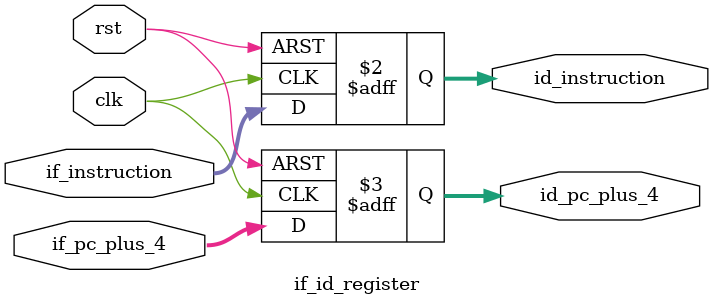
<source format=v>
module if_id_register #(
    parameter XLEN = 32,
    parameter NOP_INSTRUCTION = 32'h00000013
  ) (
    input wire clk,
    input wire rst,

    input wire [XLEN-1:0] if_instruction,
    input wire [XLEN-1:0] if_pc_plus_4,

    output reg [XLEN-1:0] id_instruction,
    output reg [XLEN-1:0] id_pc_plus_4
  );
  always @(posedge clk or posedge rst)
  begin
    if (rst)
    begin
      id_instruction <= NOP_INSTRUCTION;
      id_pc_plus_4   <= {XLEN{1'b0}};
    end
    else
    begin
      id_instruction <= if_instruction;
      id_pc_plus_4   <= if_pc_plus_4;
    end
  end
endmodule
</source>
